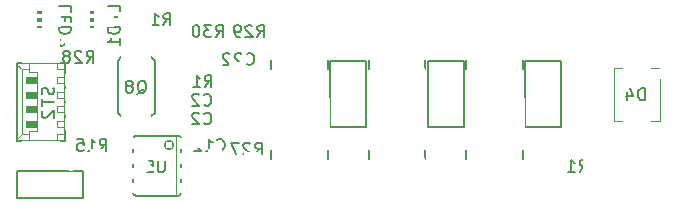
<source format=gbr>
G04 --- HEADER BEGIN --- *
%TF.GenerationSoftware,LibrePCB,LibrePCB,0.1.0*%
%TF.CreationDate,2018-04-15T17:46:50*%
%TF.ProjectId,Demo Brushless Controller Project - default,ace706f3-b818-4ce9-86ab-e3185109c18f,v1*%
%TF.Part,Single*%
%FSLAX66Y66*%
%MOMM*%
G01*
G74*
G04 --- HEADER END --- *
G04 --- APERTURE LIST BEGIN --- *
%ADD10C,0.0*%
%ADD11C,0.2032*%
%ADD12C,0.0508*%
%ADD13C,0.1524*%
%ADD14C,0.127*%
%ADD15C,0.1016*%
%ADD16C,0.9144X0.6096*%
%ADD17C,0.2*%
%ADD18P,2.74X8X22.5*%
%ADD19R,1.2X1.3*%
%ADD20R,1.4X1.4*%
%ADD21C,2.74*%
%ADD22P,2.74X8X292.5*%
%ADD23R,0.9X1.6*%
%ADD24R,5.2X4.5*%
%ADD25R,2.2X1.0*%
%ADD26R,3.2X2.3*%
%ADD27R,1.3X1.2*%
%ADD28R,2.74X5.28*%
%ADD29R,2.6X2.4*%
%ADD30R,2.36X1.98*%
%ADD31R,5.28X2.0288*%
%ADD32R,2.232X0.8604*%
%ADD33R,3.4X5.2*%
%ADD34C,1.2*%
G04 --- APERTURE LIST END --- *
G04 --- BOARD BEGIN --- *
D10*
X6667500Y15915000D02*
X6667500Y15765000D01*
X6367500Y15765000D01*
X6367500Y15915000D01*
X6667500Y15915000D01*
G36*
X6667500Y15915000D02*
X6667500Y15765000D01*
X6367500Y15765000D01*
X6367500Y15915000D01*
X6667500Y15915000D01*
G37*
X6667500Y14715000D02*
X6667500Y14565000D01*
X6367500Y14565000D01*
X6367500Y14715000D01*
X6667500Y14715000D01*
G36*
X6667500Y14715000D02*
X6667500Y14565000D01*
X6367500Y14565000D01*
X6367500Y14715000D01*
X6667500Y14715000D01*
G37*
X6667500Y15390000D02*
X6667500Y15090000D01*
X6367500Y15090000D01*
X6367500Y15390000D01*
X6667500Y15390000D01*
G36*
X6667500Y15390000D02*
X6667500Y15090000D01*
X6367500Y15090000D01*
X6367500Y15390000D01*
X6667500Y15390000D01*
G37*
D11*
X26530000Y3447500D02*
X26530000Y4172500D01*
X21730000Y4172500D02*
X21730000Y3447500D01*
X4232500Y11530000D02*
X4232500Y11005000D01*
X4232500Y11005000D02*
X4232500Y5505000D01*
X4232500Y5505000D02*
X4232500Y4980000D01*
X4232500Y4980000D02*
X232500Y4980000D01*
X232500Y4980000D02*
X232500Y5130000D01*
X232500Y5130000D02*
X232500Y11380000D01*
X232500Y11380000D02*
X232500Y11530000D01*
X232500Y11530000D02*
X4232500Y11530000D01*
D12*
X1232500Y11505000D02*
X1232500Y11005000D01*
X1232500Y11005000D02*
X1232500Y10755000D01*
X1232500Y10755000D02*
X1857500Y10755000D01*
X1857500Y10755000D02*
X1857500Y5755000D01*
X1232500Y5755000D02*
X1232500Y5505000D01*
X1232500Y5505000D02*
X1232500Y5005000D01*
X1232500Y5755000D02*
X1857500Y5755000D01*
X3607500Y11505000D02*
X3607500Y11005000D01*
X3607500Y11005000D02*
X4232500Y11005000D01*
X3607500Y5505000D02*
X3607500Y5005000D01*
X3607500Y5505000D02*
X4232500Y5505000D01*
X1232500Y11005000D02*
X607500Y11005000D01*
X607500Y11005000D02*
X607500Y5505000D01*
X607500Y5505000D02*
X1232500Y5505000D01*
X607500Y11005000D02*
X232500Y11380000D01*
X607500Y5505000D02*
X232500Y5130000D01*
X4107500Y10380000D02*
X3607500Y10380000D01*
X3607500Y10380000D02*
X3607500Y9880000D01*
X3607500Y9880000D02*
X4107500Y9880000D01*
X4107500Y9130000D02*
X3607500Y9130000D01*
X3607500Y9130000D02*
X3607500Y8630000D01*
X3607500Y8630000D02*
X4107500Y8630000D01*
X4107500Y7880000D02*
X3607500Y7880000D01*
X3607500Y7880000D02*
X3607500Y7380000D01*
X3607500Y7380000D02*
X4107500Y7380000D01*
X4107500Y6630000D02*
X3607500Y6630000D01*
X3607500Y6630000D02*
X3607500Y6130000D01*
X3607500Y6130000D02*
X4107500Y6130000D01*
D10*
X1857500Y10380000D02*
X1857500Y9880000D01*
X982500Y9880000D01*
X982500Y10380000D01*
X1857500Y10380000D01*
G36*
X1857500Y10380000D02*
X1857500Y9880000D01*
X982500Y9880000D01*
X982500Y10380000D01*
X1857500Y10380000D01*
G37*
X1857500Y9130000D02*
X1857500Y8630000D01*
X982500Y8630000D01*
X982500Y9130000D01*
X1857500Y9130000D01*
G36*
X1857500Y9130000D02*
X1857500Y8630000D01*
X982500Y8630000D01*
X982500Y9130000D01*
X1857500Y9130000D01*
G37*
X1857500Y7880000D02*
X1857500Y7380000D01*
X982500Y7380000D01*
X982500Y7880000D01*
X1857500Y7880000D01*
G36*
X1857500Y7880000D02*
X1857500Y7380000D01*
X982500Y7380000D01*
X982500Y7880000D01*
X1857500Y7880000D01*
G37*
X1857500Y6630000D02*
X1857500Y6130000D01*
X982500Y6130000D01*
X982500Y6630000D01*
X1857500Y6630000D01*
G36*
X1857500Y6630000D02*
X1857500Y6130000D01*
X982500Y6130000D01*
X982500Y6630000D01*
X1857500Y6630000D01*
G37*
D11*
X26530000Y11067500D02*
X26530000Y11792500D01*
X21730000Y11792500D02*
X21730000Y11067500D01*
X34785000Y3447500D02*
X34785000Y4172500D01*
X29985000Y4172500D02*
X29985000Y3447500D01*
X34785000Y11067500D02*
X34785000Y11792500D01*
X29985000Y11792500D02*
X29985000Y11067500D01*
D13*
X38036500Y6096000D02*
X38036500Y11684000D01*
X34988500Y11684000D01*
X34988500Y6096000D01*
X38036500Y6096000D01*
X46291500Y6096000D02*
X46291500Y11684000D01*
X43243500Y11684000D01*
X43243500Y6096000D01*
X46291500Y6096000D01*
D11*
X43040000Y11067500D02*
X43040000Y11792500D01*
X38240000Y11792500D02*
X38240000Y11067500D01*
D14*
X11588750Y7025000D02*
X9048750Y7025000D01*
X9048750Y7025000D02*
X8718750Y7302500D01*
X8718750Y7302500D02*
X8718750Y11747500D01*
X8718750Y11747500D02*
X9048750Y12025000D01*
X9048750Y12025000D02*
X11588750Y12025000D01*
X11588750Y12025000D02*
X11918750Y11747500D01*
X11918750Y11747500D02*
X11918750Y7302500D01*
X11918750Y7302500D02*
X11588750Y7025000D01*
D15*
X50785000Y6650000D02*
X54625000Y6650000D01*
X54625000Y11130000D01*
X50785000Y11130000D01*
X50785000Y6650000D01*
D11*
X43040000Y3447500D02*
X43040000Y4172500D01*
X38240000Y4172500D02*
X38240000Y3447500D01*
D13*
X222250Y101600D02*
X5810250Y101600D01*
X5810250Y2438400D01*
X222250Y2438400D01*
X222250Y101600D01*
D12*
X13665200Y5397500D02*
X13665200Y317500D01*
D13*
X10287000Y5397500D02*
G03*
X10033000Y5143500I0J254000D01*
G01*
X10033000Y4254500D02*
X10033000Y4000500D01*
X10033000Y2984500D02*
X10033000Y2730500D01*
X10033000Y1714500D02*
X10033000Y1460500D01*
X10033000Y571500D02*
G03*
X10287000Y317500I254000J0D01*
G01*
X14097000Y4254500D02*
X14097000Y4000500D01*
X14097000Y2984500D02*
X14097000Y2730500D01*
X14097000Y1714500D02*
X14097000Y1460500D01*
X14097000Y571500D02*
G02*
X13843000Y317500I254000J0D01*
G01*
X10287000Y317500D02*
X13843000Y317500D01*
X10287000Y5397500D02*
X13843000Y5397500D01*
X13843000Y5397500D02*
G02*
X14097000Y5143500I0J254000D01*
G01*
D16*
X13081000Y4635500D03*
D10*
X2222500Y15915000D02*
X2222500Y15765000D01*
X1922500Y15765000D01*
X1922500Y15915000D01*
X2222500Y15915000D01*
G36*
X2222500Y15915000D02*
X2222500Y15765000D01*
X1922500Y15765000D01*
X1922500Y15915000D01*
X2222500Y15915000D01*
G37*
X2222500Y14715000D02*
X2222500Y14565000D01*
X1922500Y14565000D01*
X1922500Y14715000D01*
X2222500Y14715000D01*
G36*
X2222500Y14715000D02*
X2222500Y14565000D01*
X1922500Y14565000D01*
X1922500Y14715000D01*
X2222500Y14715000D01*
G37*
X2222500Y15390000D02*
X2222500Y15090000D01*
X1922500Y15090000D01*
X1922500Y15390000D01*
X2222500Y15390000D01*
G36*
X2222500Y15390000D02*
X2222500Y15090000D01*
X1922500Y15090000D01*
X1922500Y15390000D01*
X2222500Y15390000D01*
G37*
D13*
X29781500Y6096000D02*
X29781500Y11684000D01*
X26733500Y11684000D01*
X26733500Y6096000D01*
X29781500Y6096000D01*
D17*
X20563749Y13763750D02*
X20897082Y14240417D01*
X21134860Y13763750D02*
X21134860Y14763750D01*
X20753749Y14763750D01*
X20658193Y14715972D01*
X20611527Y14668194D01*
X20563749Y14573750D01*
X20563749Y14430417D01*
X20611527Y14334861D01*
X20658193Y14287083D01*
X20753749Y14240417D01*
X21134860Y14240417D01*
X20115971Y14668194D02*
X20068193Y14715972D01*
X19973749Y14763750D01*
X19734860Y14763750D01*
X19640416Y14715972D01*
X19592638Y14668194D01*
X19544860Y14573750D01*
X19544860Y14478194D01*
X19592638Y14334861D01*
X20163749Y13763750D01*
X19544860Y13763750D01*
X19049304Y13763750D02*
X18859304Y13763750D01*
X18763749Y13811528D01*
X18715971Y13859306D01*
X18621527Y14001528D01*
X18573749Y14192639D01*
X18573749Y14573750D01*
X18621527Y14668194D01*
X18668193Y14715972D01*
X18763749Y14763750D01*
X18954860Y14763750D01*
X19049304Y14715972D01*
X19097082Y14668194D01*
X19144860Y14573750D01*
X19144860Y14334861D01*
X19097082Y14240417D01*
X19049304Y14192639D01*
X18954860Y14144861D01*
X18763749Y14144861D01*
X18668193Y14192639D01*
X18621527Y14240417D01*
X18573749Y14334861D01*
X8890000Y15874583D02*
X8890000Y16351250D01*
X7890000Y16351250D01*
X8366667Y15474583D02*
X8366667Y15141250D01*
X8890000Y14997916D02*
X8890000Y15474583D01*
X7890000Y15474583D01*
X7890000Y14997916D01*
X8890000Y14597916D02*
X7890000Y14597916D01*
X7890000Y14360138D01*
X7937778Y14216805D01*
X8033333Y14121249D01*
X8127778Y14074583D01*
X8318889Y14026805D01*
X8461111Y14026805D01*
X8652222Y14074583D01*
X8746667Y14121249D01*
X8842222Y14216805D01*
X8890000Y14360138D01*
X8890000Y14597916D01*
X8890000Y13055694D02*
X8890000Y13626805D01*
X8890000Y13341249D02*
X7890000Y13341249D01*
X8033333Y13436805D01*
X8127778Y13531249D01*
X8175556Y13626805D01*
X16097639Y9525000D02*
X16430972Y10001667D01*
X16668750Y9525000D02*
X16668750Y10525000D01*
X16287639Y10525000D01*
X16192083Y10477222D01*
X16145417Y10429444D01*
X16097639Y10335000D01*
X16097639Y10191667D01*
X16145417Y10096111D01*
X16192083Y10048333D01*
X16287639Y10001667D01*
X16668750Y10001667D01*
X15126528Y9525000D02*
X15697639Y9525000D01*
X15412083Y9525000D02*
X15412083Y10525000D01*
X15507639Y10381667D01*
X15602083Y10287222D01*
X15697639Y10239444D01*
X14726528Y10525000D02*
X14107639Y10525000D01*
X14440972Y10143889D01*
X14297639Y10143889D01*
X14203195Y10096111D01*
X14155417Y10048333D01*
X14107639Y9953889D01*
X14107639Y9715000D01*
X14155417Y9620556D01*
X14203195Y9572778D01*
X14297639Y9525000D01*
X14583195Y9525000D01*
X14678750Y9572778D01*
X14726528Y9620556D01*
X24050556Y4825694D02*
X24146111Y4873472D01*
X24241667Y4969028D01*
X24383889Y5111250D01*
X24479444Y5159028D01*
X24575000Y5159028D01*
X24527222Y4921250D02*
X24621667Y4969028D01*
X24717222Y5064583D01*
X24765000Y5254583D01*
X24765000Y5587917D01*
X24717222Y5777917D01*
X24621667Y5873472D01*
X24527222Y5921250D01*
X24336111Y5921250D01*
X24241667Y5873472D01*
X24146111Y5777917D01*
X24098333Y5587917D01*
X24098333Y5254583D01*
X24146111Y5064583D01*
X24241667Y4969028D01*
X24336111Y4921250D01*
X24527222Y4921250D01*
X23602778Y5825694D02*
X23555000Y5873472D01*
X23460556Y5921250D01*
X23221667Y5921250D01*
X23127223Y5873472D01*
X23079445Y5825694D01*
X23031667Y5731250D01*
X23031667Y5635694D01*
X23079445Y5492361D01*
X23650556Y4921250D01*
X23031667Y4921250D01*
X3268472Y9475000D02*
X3316250Y9331667D01*
X3316250Y9093889D01*
X3268472Y8998333D01*
X3220694Y8951667D01*
X3126250Y8903889D01*
X3030694Y8903889D01*
X2935139Y8951667D01*
X2887361Y8998333D01*
X2839583Y9093889D01*
X2792917Y9285000D01*
X2745139Y9379444D01*
X2697361Y9427222D01*
X2601806Y9475000D01*
X2506250Y9475000D01*
X2411806Y9427222D01*
X2364028Y9379444D01*
X2316250Y9285000D01*
X2316250Y9046111D01*
X2364028Y8903889D01*
X2316250Y8503889D02*
X2316250Y7932778D01*
X3316250Y8218333D02*
X2316250Y8218333D01*
X2411806Y7485000D02*
X2364028Y7437222D01*
X2316250Y7342778D01*
X2316250Y7103889D01*
X2364028Y7009445D01*
X2411806Y6961667D01*
X2506250Y6913889D01*
X2601806Y6913889D01*
X2745139Y6961667D01*
X3316250Y7532778D01*
X3316250Y6913889D01*
X7207639Y4127500D02*
X7540972Y4604167D01*
X7778750Y4127500D02*
X7778750Y5127500D01*
X7397639Y5127500D01*
X7302083Y5079722D01*
X7255417Y5031944D01*
X7207639Y4937500D01*
X7207639Y4794167D01*
X7255417Y4698611D01*
X7302083Y4650833D01*
X7397639Y4604167D01*
X7778750Y4604167D01*
X6236528Y4127500D02*
X6807639Y4127500D01*
X6522083Y4127500D02*
X6522083Y5127500D01*
X6617639Y4984167D01*
X6712083Y4889722D01*
X6807639Y4841944D01*
X5313195Y5127500D02*
X5788750Y5127500D01*
X5836528Y4650833D01*
X5788750Y4698611D01*
X5693195Y4746389D01*
X5455417Y4746389D01*
X5359861Y4698611D01*
X5313195Y4650833D01*
X5265417Y4556389D01*
X5265417Y4317500D01*
X5313195Y4223056D01*
X5359861Y4175278D01*
X5455417Y4127500D01*
X5693195Y4127500D01*
X5788750Y4175278D01*
X5836528Y4223056D01*
X24050556Y12445694D02*
X24146111Y12493472D01*
X24241667Y12589028D01*
X24383889Y12731250D01*
X24479444Y12779028D01*
X24575000Y12779028D01*
X24527222Y12541250D02*
X24621667Y12589028D01*
X24717222Y12684583D01*
X24765000Y12874583D01*
X24765000Y13207917D01*
X24717222Y13397917D01*
X24621667Y13493472D01*
X24527222Y13541250D01*
X24336111Y13541250D01*
X24241667Y13493472D01*
X24146111Y13397917D01*
X24098333Y13207917D01*
X24098333Y12874583D01*
X24146111Y12684583D01*
X24241667Y12589028D01*
X24336111Y12541250D01*
X24527222Y12541250D01*
X23079445Y12541250D02*
X23650556Y12541250D01*
X23365000Y12541250D02*
X23365000Y13541250D01*
X23460556Y13397917D01*
X23555000Y13303472D01*
X23650556Y13255694D01*
X32305556Y4825694D02*
X32401111Y4873472D01*
X32496667Y4969028D01*
X32638889Y5111250D01*
X32734444Y5159028D01*
X32830000Y5159028D01*
X32782222Y4921250D02*
X32876667Y4969028D01*
X32972222Y5064583D01*
X33020000Y5254583D01*
X33020000Y5587917D01*
X32972222Y5777917D01*
X32876667Y5873472D01*
X32782222Y5921250D01*
X32591111Y5921250D01*
X32496667Y5873472D01*
X32401111Y5777917D01*
X32353333Y5587917D01*
X32353333Y5254583D01*
X32401111Y5064583D01*
X32496667Y4969028D01*
X32591111Y4921250D01*
X32782222Y4921250D01*
X31428889Y5587917D02*
X31428889Y4921250D01*
X31667778Y5969028D02*
X31905556Y5254583D01*
X31286667Y5254583D01*
X6096389Y11588750D02*
X6429722Y12065417D01*
X6667500Y11588750D02*
X6667500Y12588750D01*
X6286389Y12588750D01*
X6190833Y12540972D01*
X6144167Y12493194D01*
X6096389Y12398750D01*
X6096389Y12255417D01*
X6144167Y12159861D01*
X6190833Y12112083D01*
X6286389Y12065417D01*
X6667500Y12065417D01*
X5648611Y12493194D02*
X5600833Y12540972D01*
X5506389Y12588750D01*
X5267500Y12588750D01*
X5173056Y12540972D01*
X5125278Y12493194D01*
X5077500Y12398750D01*
X5077500Y12303194D01*
X5125278Y12159861D01*
X5696389Y11588750D01*
X5077500Y11588750D01*
X4487500Y12159861D02*
X4581944Y12207639D01*
X4629722Y12255417D01*
X4677500Y12350972D01*
X4677500Y12398750D01*
X4629722Y12493194D01*
X4581944Y12540972D01*
X4487500Y12588750D01*
X4296389Y12588750D01*
X4200833Y12540972D01*
X4154167Y12493194D01*
X4106389Y12398750D01*
X4106389Y12350972D01*
X4154167Y12255417D01*
X4200833Y12207639D01*
X4296389Y12159861D01*
X4487500Y12159861D01*
X4581944Y12112083D01*
X4629722Y12065417D01*
X4677500Y11969861D01*
X4677500Y11778750D01*
X4629722Y11684306D01*
X4581944Y11636528D01*
X4487500Y11588750D01*
X4296389Y11588750D01*
X4200833Y11636528D01*
X4154167Y11684306D01*
X4106389Y11778750D01*
X4106389Y11969861D01*
X4154167Y12065417D01*
X4200833Y12112083D01*
X4296389Y12159861D01*
X32305556Y12445694D02*
X32401111Y12493472D01*
X32496667Y12589028D01*
X32638889Y12731250D01*
X32734444Y12779028D01*
X32830000Y12779028D01*
X32782222Y12541250D02*
X32876667Y12589028D01*
X32972222Y12684583D01*
X33020000Y12874583D01*
X33020000Y13207917D01*
X32972222Y13397917D01*
X32876667Y13493472D01*
X32782222Y13541250D01*
X32591111Y13541250D01*
X32496667Y13493472D01*
X32401111Y13397917D01*
X32353333Y13207917D01*
X32353333Y12874583D01*
X32401111Y12684583D01*
X32496667Y12589028D01*
X32591111Y12541250D01*
X32782222Y12541250D01*
X31905556Y13541250D02*
X31286667Y13541250D01*
X31620000Y13160139D01*
X31476667Y13160139D01*
X31382223Y13112361D01*
X31334445Y13064583D01*
X31286667Y12970139D01*
X31286667Y12731250D01*
X31334445Y12636806D01*
X31382223Y12589028D01*
X31476667Y12541250D01*
X31762223Y12541250D01*
X31857778Y12589028D01*
X31905556Y12636806D01*
X12605139Y14763750D02*
X12938472Y15240417D01*
X13176250Y14763750D02*
X13176250Y15763750D01*
X12795139Y15763750D01*
X12699583Y15715972D01*
X12652917Y15668194D01*
X12605139Y15573750D01*
X12605139Y15430417D01*
X12652917Y15334861D01*
X12699583Y15287083D01*
X12795139Y15240417D01*
X13176250Y15240417D01*
X11634028Y14763750D02*
X12205139Y14763750D01*
X11919583Y14763750D02*
X11919583Y15763750D01*
X12015139Y15620417D01*
X12109583Y15525972D01*
X12205139Y15478194D01*
X11138472Y14763750D02*
X10948472Y14763750D01*
X10852917Y14811528D01*
X10805139Y14859306D01*
X10710695Y15001528D01*
X10662917Y15192639D01*
X10662917Y15573750D01*
X10710695Y15668194D01*
X10757361Y15715972D01*
X10852917Y15763750D01*
X11044028Y15763750D01*
X11138472Y15715972D01*
X11186250Y15668194D01*
X11234028Y15573750D01*
X11234028Y15334861D01*
X11186250Y15240417D01*
X11138472Y15192639D01*
X11044028Y15144861D01*
X10852917Y15144861D01*
X10757361Y15192639D01*
X10710695Y15240417D01*
X10662917Y15334861D01*
X17161111Y4223056D02*
X17208889Y4175278D01*
X17351111Y4127500D01*
X17446667Y4127500D01*
X17590000Y4175278D01*
X17684444Y4270833D01*
X17732222Y4365278D01*
X17780000Y4556389D01*
X17780000Y4698611D01*
X17732222Y4889722D01*
X17684444Y4984167D01*
X17590000Y5079722D01*
X17446667Y5127500D01*
X17351111Y5127500D01*
X17208889Y5079722D01*
X17161111Y5031944D01*
X16190000Y4127500D02*
X16761111Y4127500D01*
X16475555Y4127500D02*
X16475555Y5127500D01*
X16571111Y4984167D01*
X16665555Y4889722D01*
X16761111Y4841944D01*
X15742222Y5031944D02*
X15694444Y5079722D01*
X15600000Y5127500D01*
X15361111Y5127500D01*
X15266667Y5079722D01*
X15218889Y5031944D01*
X15171111Y4937500D01*
X15171111Y4841944D01*
X15218889Y4698611D01*
X15790000Y4127500D01*
X15171111Y4127500D01*
X36957000Y10318750D02*
X35957000Y10318750D01*
X35957000Y9937639D01*
X36004778Y9842083D01*
X36052556Y9795417D01*
X36147000Y9747639D01*
X36290333Y9747639D01*
X36385889Y9795417D01*
X36433667Y9842083D01*
X36480333Y9937639D01*
X36480333Y10318750D01*
X36671444Y9252083D02*
X36671444Y8776528D01*
X36957000Y9347639D02*
X35957000Y9014306D01*
X36957000Y8680972D01*
X36957000Y8280972D02*
X35957000Y8280972D01*
X35957000Y8043194D01*
X36004778Y7899861D01*
X36100333Y7804305D01*
X36194778Y7757639D01*
X36385889Y7709861D01*
X36528111Y7709861D01*
X36719222Y7757639D01*
X36813667Y7804305D01*
X36909222Y7899861D01*
X36957000Y8043194D01*
X36957000Y8280972D01*
X36290333Y6833194D02*
X36957000Y6833194D01*
X35909222Y7072083D02*
X36623667Y7309861D01*
X36623667Y6690972D01*
X45212000Y10318750D02*
X44212000Y10318750D01*
X44212000Y9937639D01*
X44259778Y9842083D01*
X44307556Y9795417D01*
X44402000Y9747639D01*
X44545333Y9747639D01*
X44640889Y9795417D01*
X44688667Y9842083D01*
X44735333Y9937639D01*
X44735333Y10318750D01*
X44926444Y9252083D02*
X44926444Y8776528D01*
X45212000Y9347639D02*
X44212000Y9014306D01*
X45212000Y8680972D01*
X45212000Y8280972D02*
X44212000Y8280972D01*
X44212000Y8043194D01*
X44259778Y7899861D01*
X44355333Y7804305D01*
X44449778Y7757639D01*
X44640889Y7709861D01*
X44783111Y7709861D01*
X44974222Y7757639D01*
X45068667Y7804305D01*
X45164222Y7899861D01*
X45212000Y8043194D01*
X45212000Y8280972D01*
X44212000Y6786528D02*
X44212000Y7262083D01*
X44688667Y7309861D01*
X44640889Y7262083D01*
X44593111Y7166528D01*
X44593111Y6928750D01*
X44640889Y6833194D01*
X44688667Y6786528D01*
X44783111Y6738750D01*
X45022000Y6738750D01*
X45116444Y6786528D01*
X45164222Y6833194D01*
X45212000Y6928750D01*
X45212000Y7166528D01*
X45164222Y7262083D01*
X45116444Y7309861D01*
X40560556Y12445694D02*
X40656111Y12493472D01*
X40751667Y12589028D01*
X40893889Y12731250D01*
X40989444Y12779028D01*
X41085000Y12779028D01*
X41037222Y12541250D02*
X41131667Y12589028D01*
X41227222Y12684583D01*
X41275000Y12874583D01*
X41275000Y13207917D01*
X41227222Y13397917D01*
X41131667Y13493472D01*
X41037222Y13541250D01*
X40846111Y13541250D01*
X40751667Y13493472D01*
X40656111Y13397917D01*
X40608333Y13207917D01*
X40608333Y12874583D01*
X40656111Y12684583D01*
X40751667Y12589028D01*
X40846111Y12541250D01*
X41037222Y12541250D01*
X39637223Y13541250D02*
X40112778Y13541250D01*
X40160556Y13064583D01*
X40112778Y13112361D01*
X40017223Y13160139D01*
X39779445Y13160139D01*
X39683889Y13112361D01*
X39637223Y13064583D01*
X39589445Y12970139D01*
X39589445Y12731250D01*
X39637223Y12636806D01*
X39683889Y12589028D01*
X39779445Y12541250D01*
X40017223Y12541250D01*
X40112778Y12589028D01*
X40160556Y12636806D01*
X10398056Y8953194D02*
X10493611Y9000972D01*
X10589167Y9096528D01*
X10731389Y9238750D01*
X10826944Y9286528D01*
X10922500Y9286528D01*
X10874722Y9048750D02*
X10969167Y9096528D01*
X11064722Y9192083D01*
X11112500Y9382083D01*
X11112500Y9715417D01*
X11064722Y9905417D01*
X10969167Y10000972D01*
X10874722Y10048750D01*
X10683611Y10048750D01*
X10589167Y10000972D01*
X10493611Y9905417D01*
X10445833Y9715417D01*
X10445833Y9382083D01*
X10493611Y9192083D01*
X10589167Y9096528D01*
X10683611Y9048750D01*
X10874722Y9048750D01*
X9808056Y9619861D02*
X9902500Y9667639D01*
X9950278Y9715417D01*
X9998056Y9810972D01*
X9998056Y9858750D01*
X9950278Y9953194D01*
X9902500Y10000972D01*
X9808056Y10048750D01*
X9616945Y10048750D01*
X9521389Y10000972D01*
X9474723Y9953194D01*
X9426945Y9858750D01*
X9426945Y9810972D01*
X9474723Y9715417D01*
X9521389Y9667639D01*
X9616945Y9619861D01*
X9808056Y9619861D01*
X9902500Y9572083D01*
X9950278Y9525417D01*
X9998056Y9429861D01*
X9998056Y9238750D01*
X9950278Y9144306D01*
X9902500Y9096528D01*
X9808056Y9048750D01*
X9616945Y9048750D01*
X9521389Y9096528D01*
X9474723Y9144306D01*
X9426945Y9238750D01*
X9426945Y9429861D01*
X9474723Y9525417D01*
X9521389Y9572083D01*
X9616945Y9619861D01*
X20383889Y3810000D02*
X20717222Y4286667D01*
X20955000Y3810000D02*
X20955000Y4810000D01*
X20573889Y4810000D01*
X20478333Y4762222D01*
X20431667Y4714444D01*
X20383889Y4620000D01*
X20383889Y4476667D01*
X20431667Y4381111D01*
X20478333Y4333333D01*
X20573889Y4286667D01*
X20955000Y4286667D01*
X19936111Y4714444D02*
X19888333Y4762222D01*
X19793889Y4810000D01*
X19555000Y4810000D01*
X19460556Y4762222D01*
X19412778Y4714444D01*
X19365000Y4620000D01*
X19365000Y4524444D01*
X19412778Y4381111D01*
X19983889Y3810000D01*
X19365000Y3810000D01*
X18965000Y4810000D02*
X18298333Y4810000D01*
X18727222Y3810000D01*
X16049861Y6445556D02*
X16097639Y6397778D01*
X16239861Y6350000D01*
X16335417Y6350000D01*
X16478750Y6397778D01*
X16573194Y6493333D01*
X16620972Y6587778D01*
X16668750Y6778889D01*
X16668750Y6921111D01*
X16620972Y7112222D01*
X16573194Y7206667D01*
X16478750Y7302222D01*
X16335417Y7350000D01*
X16239861Y7350000D01*
X16097639Y7302222D01*
X16049861Y7254444D01*
X15602083Y7254444D02*
X15554305Y7302222D01*
X15459861Y7350000D01*
X15220972Y7350000D01*
X15126528Y7302222D01*
X15078750Y7254444D01*
X15030972Y7160000D01*
X15030972Y7064444D01*
X15078750Y6921111D01*
X15649861Y6350000D01*
X15030972Y6350000D01*
X14393194Y7350000D02*
X14297639Y7350000D01*
X14202083Y7302222D01*
X14154305Y7254444D01*
X14107639Y7160000D01*
X14059861Y6968889D01*
X14059861Y6731111D01*
X14107639Y6540000D01*
X14154305Y6445556D01*
X14202083Y6397778D01*
X14297639Y6350000D01*
X14393194Y6350000D01*
X14487639Y6397778D01*
X14535416Y6445556D01*
X14583194Y6540000D01*
X14630972Y6731111D01*
X14630972Y6968889D01*
X14583194Y7160000D01*
X14535416Y7254444D01*
X14487639Y7302222D01*
X14393194Y7350000D01*
X53340000Y8413750D02*
X53340000Y9413750D01*
X53102222Y9413750D01*
X52958889Y9365972D01*
X52863333Y9270417D01*
X52816667Y9175972D01*
X52768889Y8984861D01*
X52768889Y8842639D01*
X52816667Y8651528D01*
X52863333Y8557083D01*
X52958889Y8461528D01*
X53102222Y8413750D01*
X53340000Y8413750D01*
X51892222Y9080417D02*
X51892222Y8413750D01*
X52131111Y9461528D02*
X52368889Y8747083D01*
X51750000Y8747083D01*
X40560556Y4825694D02*
X40656111Y4873472D01*
X40751667Y4969028D01*
X40893889Y5111250D01*
X40989444Y5159028D01*
X41085000Y5159028D01*
X41037222Y4921250D02*
X41131667Y4969028D01*
X41227222Y5064583D01*
X41275000Y5254583D01*
X41275000Y5587917D01*
X41227222Y5777917D01*
X41131667Y5873472D01*
X41037222Y5921250D01*
X40846111Y5921250D01*
X40751667Y5873472D01*
X40656111Y5777917D01*
X40608333Y5587917D01*
X40608333Y5254583D01*
X40656111Y5064583D01*
X40751667Y4969028D01*
X40846111Y4921250D01*
X41037222Y4921250D01*
X39683889Y5921250D02*
X39875000Y5921250D01*
X39970556Y5873472D01*
X40017223Y5825694D01*
X40112778Y5683472D01*
X40160556Y5492361D01*
X40160556Y5111250D01*
X40112778Y5016806D01*
X40065000Y4969028D01*
X39970556Y4921250D01*
X39779445Y4921250D01*
X39683889Y4969028D01*
X39637223Y5016806D01*
X39589445Y5111250D01*
X39589445Y5350139D01*
X39637223Y5444583D01*
X39683889Y5492361D01*
X39779445Y5540139D01*
X39970556Y5540139D01*
X40065000Y5492361D01*
X40112778Y5444583D01*
X40160556Y5350139D01*
X4445000Y730250D02*
X4445000Y1730250D01*
X4063889Y1730250D01*
X3968333Y1682472D01*
X3921667Y1634694D01*
X3873889Y1540250D01*
X3873889Y1396917D01*
X3921667Y1301361D01*
X3968333Y1253583D01*
X4063889Y1206917D01*
X4445000Y1206917D01*
X3378333Y1015806D02*
X2902778Y1015806D01*
X3473889Y730250D02*
X3140556Y1730250D01*
X2807222Y730250D01*
X2407222Y730250D02*
X2407222Y1730250D01*
X2169444Y1730250D01*
X2026111Y1682472D01*
X1930555Y1586917D01*
X1883889Y1492472D01*
X1836111Y1301361D01*
X1836111Y1159139D01*
X1883889Y968028D01*
X1930555Y873583D01*
X2026111Y778028D01*
X2169444Y730250D01*
X2407222Y730250D01*
X1436111Y1730250D02*
X769444Y1730250D01*
X1198333Y730250D01*
X12700000Y3286000D02*
X12700000Y2476000D01*
X12652222Y2381556D01*
X12604444Y2333778D01*
X12510000Y2286000D01*
X12318889Y2286000D01*
X12223333Y2333778D01*
X12176667Y2381556D01*
X12128889Y2476000D01*
X12128889Y3286000D01*
X11205556Y3286000D02*
X11681111Y3286000D01*
X11728889Y2809333D01*
X11681111Y2857111D01*
X11585556Y2904889D01*
X11347778Y2904889D01*
X11252222Y2857111D01*
X11205556Y2809333D01*
X11157778Y2714889D01*
X11157778Y2476000D01*
X11205556Y2381556D01*
X11252222Y2333778D01*
X11347778Y2286000D01*
X11585556Y2286000D01*
X11681111Y2333778D01*
X11728889Y2381556D01*
X4762500Y15874583D02*
X4762500Y16351250D01*
X3762500Y16351250D01*
X4239167Y15474583D02*
X4239167Y15141250D01*
X4762500Y14997916D02*
X4762500Y15474583D01*
X3762500Y15474583D01*
X3762500Y14997916D01*
X4762500Y14597916D02*
X3762500Y14597916D01*
X3762500Y14360138D01*
X3810278Y14216805D01*
X3905833Y14121249D01*
X4000278Y14074583D01*
X4191389Y14026805D01*
X4333611Y14026805D01*
X4524722Y14074583D01*
X4619167Y14121249D01*
X4714722Y14216805D01*
X4762500Y14360138D01*
X4762500Y14597916D01*
X3858056Y13579027D02*
X3810278Y13531249D01*
X3762500Y13436805D01*
X3762500Y13197916D01*
X3810278Y13103472D01*
X3858056Y13055694D01*
X3952500Y13007916D01*
X4048056Y13007916D01*
X4191389Y13055694D01*
X4762500Y13626805D01*
X4762500Y13007916D01*
X28702000Y10318750D02*
X27702000Y10318750D01*
X27702000Y9937639D01*
X27749778Y9842083D01*
X27797556Y9795417D01*
X27892000Y9747639D01*
X28035333Y9747639D01*
X28130889Y9795417D01*
X28178667Y9842083D01*
X28225333Y9937639D01*
X28225333Y10318750D01*
X28416444Y9252083D02*
X28416444Y8776528D01*
X28702000Y9347639D02*
X27702000Y9014306D01*
X28702000Y8680972D01*
X28702000Y8280972D02*
X27702000Y8280972D01*
X27702000Y8043194D01*
X27749778Y7899861D01*
X27845333Y7804305D01*
X27939778Y7757639D01*
X28130889Y7709861D01*
X28273111Y7709861D01*
X28464222Y7757639D01*
X28558667Y7804305D01*
X28654222Y7899861D01*
X28702000Y8043194D01*
X28702000Y8280972D01*
X27702000Y7309861D02*
X27702000Y6690972D01*
X28083111Y7024305D01*
X28083111Y6880972D01*
X28130889Y6786528D01*
X28178667Y6738750D01*
X28273111Y6690972D01*
X28512000Y6690972D01*
X28606444Y6738750D01*
X28654222Y6786528D01*
X28702000Y6880972D01*
X28702000Y7166528D01*
X28654222Y7262083D01*
X28606444Y7309861D01*
X47834939Y2362200D02*
X48168272Y2838867D01*
X48406050Y2362200D02*
X48406050Y3362200D01*
X48024939Y3362200D01*
X47929383Y3314422D01*
X47882717Y3266644D01*
X47834939Y3172200D01*
X47834939Y3028867D01*
X47882717Y2933311D01*
X47929383Y2885533D01*
X48024939Y2838867D01*
X48406050Y2838867D01*
X46863828Y2362200D02*
X47434939Y2362200D01*
X47149383Y2362200D02*
X47149383Y3362200D01*
X47244939Y3218867D01*
X47339383Y3124422D01*
X47434939Y3076644D01*
X46273828Y2933311D02*
X46368272Y2981089D01*
X46416050Y3028867D01*
X46463828Y3124422D01*
X46463828Y3172200D01*
X46416050Y3266644D01*
X46368272Y3314422D01*
X46273828Y3362200D01*
X46082717Y3362200D01*
X45987161Y3314422D01*
X45940495Y3266644D01*
X45892717Y3172200D01*
X45892717Y3124422D01*
X45940495Y3028867D01*
X45987161Y2981089D01*
X46082717Y2933311D01*
X46273828Y2933311D01*
X46368272Y2885533D01*
X46416050Y2838867D01*
X46463828Y2743311D01*
X46463828Y2552200D01*
X46416050Y2457756D01*
X46368272Y2409978D01*
X46273828Y2362200D01*
X46082717Y2362200D01*
X45987161Y2409978D01*
X45940495Y2457756D01*
X45892717Y2552200D01*
X45892717Y2743311D01*
X45940495Y2838867D01*
X45987161Y2885533D01*
X46082717Y2933311D01*
X17071249Y13763750D02*
X17404582Y14240417D01*
X17642360Y13763750D02*
X17642360Y14763750D01*
X17261249Y14763750D01*
X17165693Y14715972D01*
X17119027Y14668194D01*
X17071249Y14573750D01*
X17071249Y14430417D01*
X17119027Y14334861D01*
X17165693Y14287083D01*
X17261249Y14240417D01*
X17642360Y14240417D01*
X16671249Y14763750D02*
X16052360Y14763750D01*
X16385693Y14382639D01*
X16242360Y14382639D01*
X16147916Y14334861D01*
X16100138Y14287083D01*
X16052360Y14192639D01*
X16052360Y13953750D01*
X16100138Y13859306D01*
X16147916Y13811528D01*
X16242360Y13763750D01*
X16527916Y13763750D01*
X16623471Y13811528D01*
X16671249Y13859306D01*
X15414582Y14763750D02*
X15319027Y14763750D01*
X15223471Y14715972D01*
X15175693Y14668194D01*
X15129027Y14573750D01*
X15081249Y14382639D01*
X15081249Y14144861D01*
X15129027Y13953750D01*
X15175693Y13859306D01*
X15223471Y13811528D01*
X15319027Y13763750D01*
X15414582Y13763750D01*
X15509027Y13811528D01*
X15556804Y13859306D01*
X15604582Y13953750D01*
X15652360Y14144861D01*
X15652360Y14382639D01*
X15604582Y14573750D01*
X15556804Y14668194D01*
X15509027Y14715972D01*
X15414582Y14763750D01*
X16049861Y8033056D02*
X16097639Y7985278D01*
X16239861Y7937500D01*
X16335417Y7937500D01*
X16478750Y7985278D01*
X16573194Y8080833D01*
X16620972Y8175278D01*
X16668750Y8366389D01*
X16668750Y8508611D01*
X16620972Y8699722D01*
X16573194Y8794167D01*
X16478750Y8889722D01*
X16335417Y8937500D01*
X16239861Y8937500D01*
X16097639Y8889722D01*
X16049861Y8841944D01*
X15602083Y8841944D02*
X15554305Y8889722D01*
X15459861Y8937500D01*
X15220972Y8937500D01*
X15126528Y8889722D01*
X15078750Y8841944D01*
X15030972Y8747500D01*
X15030972Y8651944D01*
X15078750Y8508611D01*
X15649861Y7937500D01*
X15030972Y7937500D01*
X14059861Y7937500D02*
X14630972Y7937500D01*
X14345416Y7937500D02*
X14345416Y8937500D01*
X14440972Y8794167D01*
X14535416Y8699722D01*
X14630972Y8651944D01*
X19659027Y11478056D02*
X19706805Y11430278D01*
X19849027Y11382500D01*
X19944583Y11382500D01*
X20087916Y11430278D01*
X20182360Y11525833D01*
X20230138Y11620278D01*
X20277916Y11811389D01*
X20277916Y11953611D01*
X20230138Y12144722D01*
X20182360Y12239167D01*
X20087916Y12334722D01*
X19944583Y12382500D01*
X19849027Y12382500D01*
X19706805Y12334722D01*
X19659027Y12286944D01*
X19211249Y12286944D02*
X19163471Y12334722D01*
X19069027Y12382500D01*
X18830138Y12382500D01*
X18735694Y12334722D01*
X18687916Y12286944D01*
X18640138Y12192500D01*
X18640138Y12096944D01*
X18687916Y11953611D01*
X19259027Y11382500D01*
X18640138Y11382500D01*
X18192360Y12286944D02*
X18144582Y12334722D01*
X18050138Y12382500D01*
X17811249Y12382500D01*
X17716805Y12334722D01*
X17669027Y12286944D01*
X17621249Y12192500D01*
X17621249Y12096944D01*
X17669027Y11953611D01*
X18240138Y11382500D01*
X17621249Y11382500D01*
%LPC*%
D18*
X55880000Y14605000D03*
D19*
X20535000Y15557500D03*
X18835000Y15557500D03*
D20*
X7717500Y15240000D03*
X5617500Y15240000D03*
D19*
X14343750Y10001250D03*
X12643750Y10001250D03*
D21*
X55880000Y10795000D03*
D22*
X55880000Y5715000D03*
D23*
X23495000Y2747500D03*
X24765000Y2747500D03*
X26035000Y2747500D03*
D24*
X24130000Y6397500D03*
D23*
X22225000Y2747500D03*
D25*
X5357500Y7630000D03*
D26*
X2232500Y12630000D03*
D25*
X5357500Y6380000D03*
X5357500Y8880000D03*
D26*
X2232500Y3880000D03*
D25*
X5357500Y10130000D03*
D27*
X6985000Y3707500D03*
X6985000Y2007500D03*
D23*
X23495000Y10367500D03*
X24765000Y10367500D03*
X26035000Y10367500D03*
D24*
X24130000Y14017500D03*
D23*
X22225000Y10367500D03*
X31750000Y2747500D03*
X33020000Y2747500D03*
X34290000Y2747500D03*
D24*
X32385000Y6397500D03*
D23*
X30480000Y2747500D03*
D19*
X4865000Y13335000D03*
X6565000Y13335000D03*
D18*
X55880000Y1905000D03*
D23*
X31750000Y10367500D03*
X33020000Y10367500D03*
X34290000Y10367500D03*
D24*
X32385000Y14017500D03*
D23*
X30480000Y10367500D03*
D19*
X9310000Y15240000D03*
X11010000Y15240000D03*
X16986250Y3707500D03*
X16986250Y2007500D03*
D28*
X36512500Y8890000D03*
X44767500Y8890000D03*
D23*
X40005000Y10367500D03*
X41275000Y10367500D03*
X42545000Y10367500D03*
D24*
X40640000Y14017500D03*
D23*
X38735000Y10367500D03*
D29*
X10318750Y7475000D03*
X10318750Y11575000D03*
D27*
X20002500Y1690000D03*
X20002500Y3390000D03*
X12643750Y6826250D03*
X14343750Y6826250D03*
D30*
X52705000Y6850000D03*
X52705000Y10920000D03*
D23*
X40005000Y2747500D03*
X41275000Y2747500D03*
X42545000Y2747500D03*
D24*
X40640000Y6397500D03*
D23*
X38735000Y2747500D03*
D31*
X3016250Y1270000D03*
D32*
X15138400Y952500D03*
X8991600Y4762500D03*
X8991600Y952500D03*
X15138400Y3492500D03*
X15138400Y2222500D03*
X8991600Y3492500D03*
X8991600Y2222500D03*
X15138400Y4762500D03*
D20*
X3272500Y15240000D03*
X1172500Y15240000D03*
D28*
X28257500Y8890000D03*
D33*
X49828450Y2857500D03*
X45104050Y2857500D03*
D19*
X17042500Y15557500D03*
X15342500Y15557500D03*
D27*
X12643750Y8413750D03*
X14343750Y8413750D03*
D19*
X18732500Y9310000D03*
X18732500Y11010000D03*
D34*
X10953750Y2857500D03*
X27622500Y14128750D03*
X35877500Y14128750D03*
X44132500Y14128750D03*
X4762500Y3016250D03*
G04 --- BOARD END --- *
%TF.MD5,d8515de9fd89ee0901fe8bc5da9b1d3e*%
M02*

</source>
